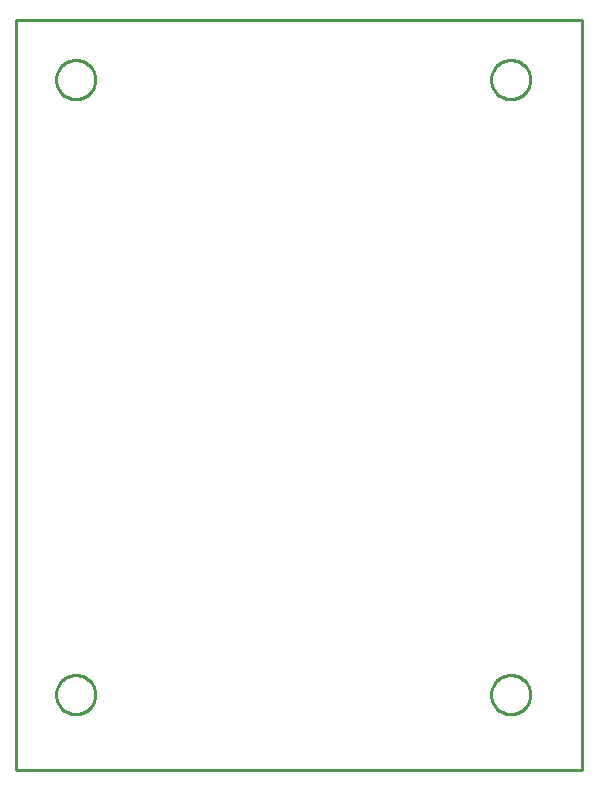
<source format=gbr>
G04 EAGLE Gerber RS-274X export*
G75*
%MOMM*%
%FSLAX34Y34*%
%LPD*%
%IN*%
%IPPOS*%
%AMOC8*
5,1,8,0,0,1.08239X$1,22.5*%
G01*
%ADD10C,0.254000*%


D10*
X190500Y114300D02*
X669800Y114300D01*
X669800Y749200D01*
X190500Y749200D01*
X190500Y114300D01*
X257810Y697960D02*
X257739Y696881D01*
X257598Y695809D01*
X257387Y694749D01*
X257108Y693705D01*
X256760Y692681D01*
X256346Y691683D01*
X255868Y690713D01*
X255328Y689777D01*
X254727Y688878D01*
X254069Y688021D01*
X253357Y687208D01*
X252592Y686444D01*
X251779Y685731D01*
X250922Y685073D01*
X250023Y684472D01*
X249087Y683932D01*
X248117Y683454D01*
X247119Y683040D01*
X246095Y682692D01*
X245051Y682413D01*
X243991Y682202D01*
X242919Y682061D01*
X241840Y681990D01*
X240760Y681990D01*
X239681Y682061D01*
X238609Y682202D01*
X237549Y682413D01*
X236505Y682692D01*
X235481Y683040D01*
X234483Y683454D01*
X233513Y683932D01*
X232577Y684472D01*
X231678Y685073D01*
X230821Y685731D01*
X230008Y686444D01*
X229244Y687208D01*
X228531Y688021D01*
X227873Y688878D01*
X227272Y689777D01*
X226732Y690713D01*
X226254Y691683D01*
X225840Y692681D01*
X225492Y693705D01*
X225213Y694749D01*
X225002Y695809D01*
X224861Y696881D01*
X224790Y697960D01*
X224790Y699040D01*
X224861Y700119D01*
X225002Y701191D01*
X225213Y702251D01*
X225492Y703295D01*
X225840Y704319D01*
X226254Y705317D01*
X226732Y706287D01*
X227272Y707223D01*
X227873Y708122D01*
X228531Y708979D01*
X229244Y709792D01*
X230008Y710557D01*
X230821Y711269D01*
X231678Y711927D01*
X232577Y712528D01*
X233513Y713068D01*
X234483Y713546D01*
X235481Y713960D01*
X236505Y714308D01*
X237549Y714587D01*
X238609Y714798D01*
X239681Y714939D01*
X240760Y715010D01*
X241840Y715010D01*
X242919Y714939D01*
X243991Y714798D01*
X245051Y714587D01*
X246095Y714308D01*
X247119Y713960D01*
X248117Y713546D01*
X249087Y713068D01*
X250023Y712528D01*
X250922Y711927D01*
X251779Y711269D01*
X252592Y710557D01*
X253357Y709792D01*
X254069Y708979D01*
X254727Y708122D01*
X255328Y707223D01*
X255868Y706287D01*
X256346Y705317D01*
X256760Y704319D01*
X257108Y703295D01*
X257387Y702251D01*
X257598Y701191D01*
X257739Y700119D01*
X257810Y699040D01*
X257810Y697960D01*
X626110Y697960D02*
X626039Y696881D01*
X625898Y695809D01*
X625687Y694749D01*
X625408Y693705D01*
X625060Y692681D01*
X624646Y691683D01*
X624168Y690713D01*
X623628Y689777D01*
X623027Y688878D01*
X622369Y688021D01*
X621657Y687208D01*
X620892Y686444D01*
X620079Y685731D01*
X619222Y685073D01*
X618323Y684472D01*
X617387Y683932D01*
X616417Y683454D01*
X615419Y683040D01*
X614395Y682692D01*
X613351Y682413D01*
X612291Y682202D01*
X611219Y682061D01*
X610140Y681990D01*
X609060Y681990D01*
X607981Y682061D01*
X606909Y682202D01*
X605849Y682413D01*
X604805Y682692D01*
X603781Y683040D01*
X602783Y683454D01*
X601813Y683932D01*
X600877Y684472D01*
X599978Y685073D01*
X599121Y685731D01*
X598308Y686444D01*
X597544Y687208D01*
X596831Y688021D01*
X596173Y688878D01*
X595572Y689777D01*
X595032Y690713D01*
X594554Y691683D01*
X594140Y692681D01*
X593792Y693705D01*
X593513Y694749D01*
X593302Y695809D01*
X593161Y696881D01*
X593090Y697960D01*
X593090Y699040D01*
X593161Y700119D01*
X593302Y701191D01*
X593513Y702251D01*
X593792Y703295D01*
X594140Y704319D01*
X594554Y705317D01*
X595032Y706287D01*
X595572Y707223D01*
X596173Y708122D01*
X596831Y708979D01*
X597544Y709792D01*
X598308Y710557D01*
X599121Y711269D01*
X599978Y711927D01*
X600877Y712528D01*
X601813Y713068D01*
X602783Y713546D01*
X603781Y713960D01*
X604805Y714308D01*
X605849Y714587D01*
X606909Y714798D01*
X607981Y714939D01*
X609060Y715010D01*
X610140Y715010D01*
X611219Y714939D01*
X612291Y714798D01*
X613351Y714587D01*
X614395Y714308D01*
X615419Y713960D01*
X616417Y713546D01*
X617387Y713068D01*
X618323Y712528D01*
X619222Y711927D01*
X620079Y711269D01*
X620892Y710557D01*
X621657Y709792D01*
X622369Y708979D01*
X623027Y708122D01*
X623628Y707223D01*
X624168Y706287D01*
X624646Y705317D01*
X625060Y704319D01*
X625408Y703295D01*
X625687Y702251D01*
X625898Y701191D01*
X626039Y700119D01*
X626110Y699040D01*
X626110Y697960D01*
X257810Y177260D02*
X257739Y176181D01*
X257598Y175109D01*
X257387Y174049D01*
X257108Y173005D01*
X256760Y171981D01*
X256346Y170983D01*
X255868Y170013D01*
X255328Y169077D01*
X254727Y168178D01*
X254069Y167321D01*
X253357Y166508D01*
X252592Y165744D01*
X251779Y165031D01*
X250922Y164373D01*
X250023Y163772D01*
X249087Y163232D01*
X248117Y162754D01*
X247119Y162340D01*
X246095Y161992D01*
X245051Y161713D01*
X243991Y161502D01*
X242919Y161361D01*
X241840Y161290D01*
X240760Y161290D01*
X239681Y161361D01*
X238609Y161502D01*
X237549Y161713D01*
X236505Y161992D01*
X235481Y162340D01*
X234483Y162754D01*
X233513Y163232D01*
X232577Y163772D01*
X231678Y164373D01*
X230821Y165031D01*
X230008Y165744D01*
X229244Y166508D01*
X228531Y167321D01*
X227873Y168178D01*
X227272Y169077D01*
X226732Y170013D01*
X226254Y170983D01*
X225840Y171981D01*
X225492Y173005D01*
X225213Y174049D01*
X225002Y175109D01*
X224861Y176181D01*
X224790Y177260D01*
X224790Y178340D01*
X224861Y179419D01*
X225002Y180491D01*
X225213Y181551D01*
X225492Y182595D01*
X225840Y183619D01*
X226254Y184617D01*
X226732Y185587D01*
X227272Y186523D01*
X227873Y187422D01*
X228531Y188279D01*
X229244Y189092D01*
X230008Y189857D01*
X230821Y190569D01*
X231678Y191227D01*
X232577Y191828D01*
X233513Y192368D01*
X234483Y192846D01*
X235481Y193260D01*
X236505Y193608D01*
X237549Y193887D01*
X238609Y194098D01*
X239681Y194239D01*
X240760Y194310D01*
X241840Y194310D01*
X242919Y194239D01*
X243991Y194098D01*
X245051Y193887D01*
X246095Y193608D01*
X247119Y193260D01*
X248117Y192846D01*
X249087Y192368D01*
X250023Y191828D01*
X250922Y191227D01*
X251779Y190569D01*
X252592Y189857D01*
X253357Y189092D01*
X254069Y188279D01*
X254727Y187422D01*
X255328Y186523D01*
X255868Y185587D01*
X256346Y184617D01*
X256760Y183619D01*
X257108Y182595D01*
X257387Y181551D01*
X257598Y180491D01*
X257739Y179419D01*
X257810Y178340D01*
X257810Y177260D01*
X626110Y177260D02*
X626039Y176181D01*
X625898Y175109D01*
X625687Y174049D01*
X625408Y173005D01*
X625060Y171981D01*
X624646Y170983D01*
X624168Y170013D01*
X623628Y169077D01*
X623027Y168178D01*
X622369Y167321D01*
X621657Y166508D01*
X620892Y165744D01*
X620079Y165031D01*
X619222Y164373D01*
X618323Y163772D01*
X617387Y163232D01*
X616417Y162754D01*
X615419Y162340D01*
X614395Y161992D01*
X613351Y161713D01*
X612291Y161502D01*
X611219Y161361D01*
X610140Y161290D01*
X609060Y161290D01*
X607981Y161361D01*
X606909Y161502D01*
X605849Y161713D01*
X604805Y161992D01*
X603781Y162340D01*
X602783Y162754D01*
X601813Y163232D01*
X600877Y163772D01*
X599978Y164373D01*
X599121Y165031D01*
X598308Y165744D01*
X597544Y166508D01*
X596831Y167321D01*
X596173Y168178D01*
X595572Y169077D01*
X595032Y170013D01*
X594554Y170983D01*
X594140Y171981D01*
X593792Y173005D01*
X593513Y174049D01*
X593302Y175109D01*
X593161Y176181D01*
X593090Y177260D01*
X593090Y178340D01*
X593161Y179419D01*
X593302Y180491D01*
X593513Y181551D01*
X593792Y182595D01*
X594140Y183619D01*
X594554Y184617D01*
X595032Y185587D01*
X595572Y186523D01*
X596173Y187422D01*
X596831Y188279D01*
X597544Y189092D01*
X598308Y189857D01*
X599121Y190569D01*
X599978Y191227D01*
X600877Y191828D01*
X601813Y192368D01*
X602783Y192846D01*
X603781Y193260D01*
X604805Y193608D01*
X605849Y193887D01*
X606909Y194098D01*
X607981Y194239D01*
X609060Y194310D01*
X610140Y194310D01*
X611219Y194239D01*
X612291Y194098D01*
X613351Y193887D01*
X614395Y193608D01*
X615419Y193260D01*
X616417Y192846D01*
X617387Y192368D01*
X618323Y191828D01*
X619222Y191227D01*
X620079Y190569D01*
X620892Y189857D01*
X621657Y189092D01*
X622369Y188279D01*
X623027Y187422D01*
X623628Y186523D01*
X624168Y185587D01*
X624646Y184617D01*
X625060Y183619D01*
X625408Y182595D01*
X625687Y181551D01*
X625898Y180491D01*
X626039Y179419D01*
X626110Y178340D01*
X626110Y177260D01*
M02*

</source>
